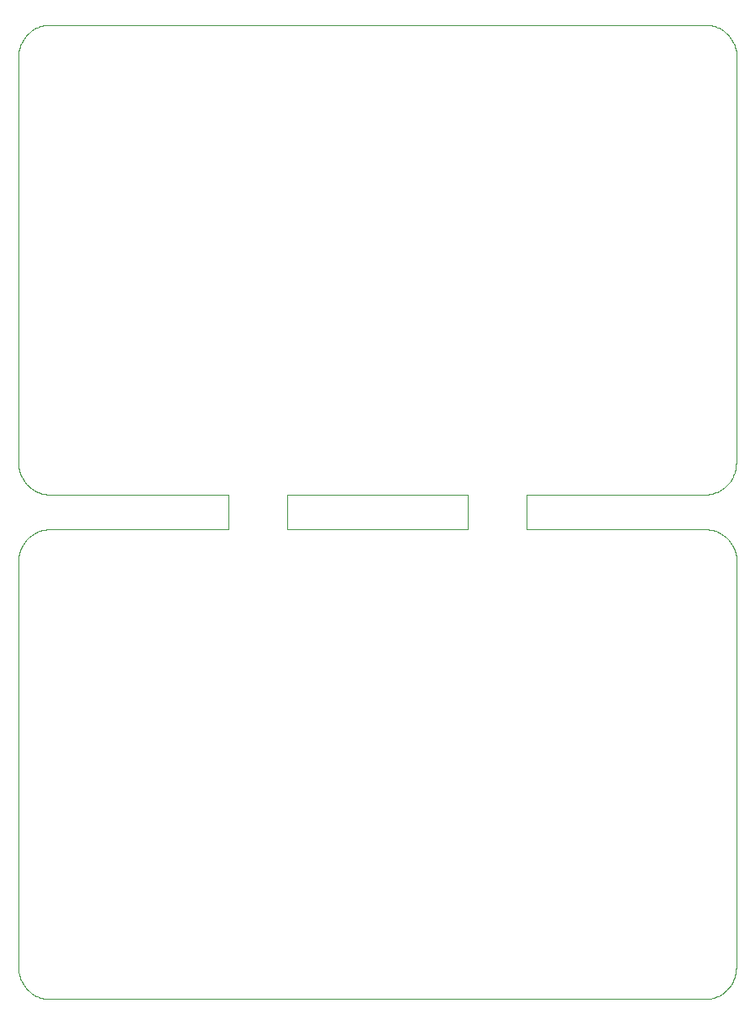
<source format=gbr>
%TF.GenerationSoftware,KiCad,Pcbnew,7.0.8*%
%TF.CreationDate,2024-02-13T15:10:35+09:00*%
%TF.ProjectId,446_CAN_Robomaster_newpanelize,3434365f-4341-44e5-9f52-6f626f6d6173,rev?*%
%TF.SameCoordinates,Original*%
%TF.FileFunction,Profile,NP*%
%FSLAX46Y46*%
G04 Gerber Fmt 4.6, Leading zero omitted, Abs format (unit mm)*
G04 Created by KiCad (PCBNEW 7.0.8) date 2024-02-13 15:10:35*
%MOMM*%
%LPD*%
G01*
G04 APERTURE LIST*
%TA.AperFunction,Profile*%
%ADD10C,0.100000*%
%TD*%
G04 APERTURE END LIST*
D10*
X70317694Y-51047636D02*
X70165477Y-50995607D01*
X1634166Y-46951050D02*
X1776748Y-47025529D01*
X70755833Y-398949D02*
X70613251Y-324470D01*
X72065529Y-52626748D02*
X71991050Y-52484166D01*
X71118436Y-46685712D02*
X71243107Y-46584057D01*
X257308Y-1922920D02*
X197636Y-2072305D01*
X72345924Y-44335811D02*
X72350000Y-44175000D01*
X1634166Y-398949D02*
X1495539Y-480554D01*
X71624057Y-51956892D02*
X71516217Y-51837530D01*
X3175000Y-98200000D02*
X69175000Y-98200000D01*
X69814122Y-98135007D02*
X69970821Y-98098644D01*
X70467079Y-257308D02*
X70317694Y-197636D01*
X71402469Y-51723782D02*
X71283107Y-51615942D01*
X71909445Y-52345539D02*
X71820923Y-52211223D01*
X69655783Y-47313386D02*
X69655783Y-47313386D01*
X70010821Y-50951355D02*
X69854122Y-50914992D01*
X1231563Y-46685712D02*
X1361223Y-46780923D01*
X72248644Y-95820821D02*
X72285007Y-95664122D01*
X257308Y-96277079D02*
X324470Y-96423251D01*
X72325007Y-2535877D02*
X72288644Y-2379178D01*
X569076Y-52211223D02*
X480554Y-52345539D01*
X398949Y-52484166D02*
X324470Y-52626748D01*
X71243107Y-97434057D02*
X71362469Y-97326217D01*
X101355Y-44970821D02*
X145607Y-45125477D01*
X1361223Y-569076D02*
X1231563Y-664287D01*
X2072305Y-47152363D02*
X2224522Y-47204392D01*
X69496209Y-98183710D02*
X69655783Y-98163386D01*
X145607Y-95975477D02*
X197636Y-96127694D01*
X69536209Y-16289D02*
X69375811Y-4075D01*
X4075Y-95185811D02*
X16289Y-95346209D01*
X664287Y-1231563D02*
X569076Y-1361223D01*
X70573251Y-97875529D02*
X70715833Y-97801050D01*
X71402469Y-873782D02*
X71283107Y-765942D01*
X1776748Y-51174470D02*
X1634166Y-51248949D01*
X1231563Y-51514287D02*
X1106892Y-51615942D01*
X72350000Y-44175000D02*
X72390000Y-3175000D01*
X71869445Y-45854460D02*
X71951050Y-45715833D01*
X36613Y-53544216D02*
X16289Y-53703790D01*
X873782Y-987530D02*
X765942Y-1106892D01*
X70755833Y-51248949D02*
X70613251Y-51174470D01*
X70427079Y-47092691D02*
X70573251Y-47025529D01*
X72373710Y-2853790D02*
X72353386Y-2694216D01*
X2379178Y-50951355D02*
X2224522Y-50995607D01*
X197636Y-45277694D02*
X257308Y-45427079D01*
X72248644Y-44970821D02*
X72285007Y-44814122D01*
X1106892Y-97434057D02*
X1231563Y-97535712D01*
X70988776Y-97630923D02*
X71118436Y-97535712D01*
X70854460Y-46869445D02*
X70988776Y-46780923D01*
X2694216Y-98163386D02*
X2853790Y-98183710D01*
X2535877Y-64992D02*
X2379178Y-101355D01*
X71362469Y-97326217D02*
X71476217Y-97212469D01*
X27130000Y-49100000D02*
X27130000Y-47350000D01*
X873782Y-51837530D02*
X765942Y-51956892D01*
X1922920Y-51107308D02*
X1776748Y-51174470D01*
X72350000Y-95025000D02*
X72390000Y-54025000D01*
X398949Y-96565833D02*
X480554Y-96704460D01*
X664287Y-52081563D02*
X569076Y-52211223D01*
X1634166Y-97801050D02*
X1776748Y-97875529D01*
X71516217Y-987530D02*
X71402469Y-873782D01*
X69854122Y-50914992D02*
X69695783Y-50886613D01*
X70613251Y-324470D02*
X70467079Y-257308D01*
X69215000Y-50850000D02*
X51260000Y-50850000D01*
X72288644Y-53229178D02*
X72244392Y-53074522D01*
X72092691Y-96277079D02*
X72152363Y-96127694D01*
X45260000Y-47350000D02*
X45260000Y-49100000D01*
X72092691Y-45427079D02*
X72152363Y-45277694D01*
X69655783Y-98163386D02*
X69814122Y-98135007D01*
X72288644Y-2379178D02*
X72244392Y-2224522D01*
X987530Y-873782D02*
X873782Y-987530D01*
X71028776Y-51419076D02*
X70894460Y-51330554D01*
X0Y-95025000D02*
X4075Y-95185811D01*
X69655783Y-47313386D02*
X69814122Y-47285007D01*
X3014188Y-47345924D02*
X3175000Y-47350000D01*
X2853790Y-16289D02*
X2694216Y-36613D01*
X71869445Y-96704460D02*
X71951050Y-96565833D01*
X2072305Y-98002363D02*
X2224522Y-98054392D01*
X71158436Y-51514287D02*
X71028776Y-51419076D01*
X70165477Y-145607D02*
X70010821Y-101355D01*
X1495539Y-46869445D02*
X1634166Y-46951050D01*
X71780923Y-45988776D02*
X71869445Y-45854460D01*
X398949Y-1634166D02*
X324470Y-1776748D01*
X71476217Y-46362469D02*
X71584057Y-46243107D01*
X69375811Y-4075D02*
X69215000Y0D01*
X69814122Y-47285007D02*
X69970821Y-47248644D01*
X69695783Y-36613D02*
X69536209Y-16289D01*
X71909445Y-1495539D02*
X71820923Y-1361223D01*
X70854460Y-97719445D02*
X70988776Y-97630923D01*
X72285007Y-44814122D02*
X72313386Y-44655783D01*
X1495539Y-480554D02*
X1361223Y-569076D01*
X71028776Y-569076D02*
X70894460Y-480554D01*
X71991050Y-1634166D02*
X71909445Y-1495539D01*
X2853790Y-50866289D02*
X2694216Y-50886613D01*
X1231563Y-664287D02*
X1106892Y-765942D01*
X69970821Y-47248644D02*
X70125477Y-47204392D01*
X21130000Y-47350000D02*
X21130000Y-49100000D01*
X21130000Y-50850000D02*
X3175000Y-50850000D01*
X72345924Y-95185811D02*
X72350000Y-95025000D01*
X1922920Y-47092691D02*
X2072305Y-47152363D01*
X569076Y-1361223D02*
X480554Y-1495539D01*
X71951050Y-96565833D02*
X72025529Y-96423251D01*
X70427079Y-97942691D02*
X70573251Y-97875529D01*
X36613Y-44655783D02*
X64992Y-44814122D01*
X64992Y-44814122D02*
X101355Y-44970821D01*
X71362469Y-46476217D02*
X71476217Y-46362469D01*
X72285007Y-95664122D02*
X72313386Y-95505783D01*
X69536209Y-50866289D02*
X69375811Y-50854075D01*
X70715833Y-46951050D02*
X70854460Y-46869445D01*
X71476217Y-97212469D02*
X71584057Y-97093107D01*
X71820923Y-1361223D02*
X71725712Y-1231563D01*
X72385924Y-53864188D02*
X72373710Y-53703790D01*
X145607Y-2224522D02*
X101355Y-2379178D01*
X145607Y-53074522D02*
X101355Y-53229178D01*
X69854122Y-64992D02*
X69695783Y-36613D01*
X569076Y-45988776D02*
X664287Y-46118436D01*
X987530Y-97326217D02*
X1106892Y-97434057D01*
X71685712Y-96968436D02*
X71780923Y-96838776D01*
X71780923Y-96838776D02*
X71869445Y-96704460D01*
X1922920Y-257308D02*
X1776748Y-324470D01*
X987530Y-46476217D02*
X1106892Y-46584057D01*
X480554Y-52345539D02*
X398949Y-52484166D01*
X0Y-3175000D02*
X0Y-44175000D01*
X2694216Y-36613D02*
X2535877Y-64992D01*
X72025529Y-96423251D02*
X72092691Y-96277079D01*
X480554Y-96704460D02*
X569076Y-96838776D01*
X0Y-54025000D02*
X0Y-95025000D01*
X71243107Y-46584057D02*
X71362469Y-46476217D01*
X71516217Y-51837530D02*
X71402469Y-51723782D01*
X2853790Y-98183710D02*
X3014188Y-98195924D01*
X2694216Y-50886613D02*
X2535877Y-50914992D01*
X16289Y-2853790D02*
X4075Y-3014188D01*
X69375811Y-50854075D02*
X69215000Y-50850000D01*
X2224522Y-47204392D02*
X2379178Y-47248644D01*
X2535877Y-47285007D02*
X2694216Y-47313386D01*
X70894460Y-480554D02*
X70755833Y-398949D01*
X2694216Y-47313386D02*
X2853790Y-47333710D01*
X1776748Y-324470D02*
X1634166Y-398949D01*
X69215000Y0D02*
X3175000Y0D01*
X1361223Y-46780923D02*
X1495539Y-46869445D01*
X69175000Y-98200000D02*
X69335811Y-98195924D01*
X71951050Y-45715833D02*
X72025529Y-45573251D01*
X72192363Y-52922305D02*
X72132691Y-52772920D01*
X101355Y-2379178D02*
X64992Y-2535877D01*
X569076Y-96838776D02*
X664287Y-96968436D01*
X664287Y-96968436D02*
X765942Y-97093107D01*
X72385924Y-3014188D02*
X72373710Y-2853790D01*
X987530Y-51723782D02*
X873782Y-51837530D01*
X2379178Y-98098644D02*
X2535877Y-98135007D01*
X27130000Y-47350000D02*
X45260000Y-47350000D01*
X1106892Y-46584057D02*
X1231563Y-46685712D01*
X4075Y-3014188D02*
X0Y-3175000D01*
X197636Y-96127694D02*
X257308Y-96277079D01*
X2379178Y-47248644D02*
X2535877Y-47285007D01*
X27130000Y-47350000D02*
X27130000Y-47350000D01*
X70125477Y-47204392D02*
X70277694Y-47152363D01*
X70165477Y-50995607D02*
X70010821Y-50951355D01*
X16289Y-53703790D02*
X4075Y-53864188D01*
X765942Y-1106892D02*
X664287Y-1231563D01*
X480554Y-45854460D02*
X569076Y-45988776D01*
X72390000Y-54025000D02*
X72385924Y-53864188D01*
X70277694Y-98002363D02*
X70427079Y-97942691D01*
X70715833Y-97801050D02*
X70854460Y-97719445D01*
X70010821Y-101355D02*
X69854122Y-64992D01*
X71991050Y-52484166D02*
X71909445Y-52345539D01*
X27130000Y-50850000D02*
X27130000Y-49100000D01*
X72390000Y-3175000D02*
X72385924Y-3014188D01*
X71283107Y-765942D02*
X71158436Y-664287D01*
X2072305Y-197636D02*
X1922920Y-257308D01*
X71118436Y-97535712D02*
X71243107Y-97434057D01*
X70467079Y-51107308D02*
X70317694Y-51047636D01*
X64992Y-2535877D02*
X36613Y-2694216D01*
X21130000Y-49100000D02*
X21130000Y-50850000D01*
X1776748Y-97875529D02*
X1922920Y-97942691D01*
X72132691Y-1922920D02*
X72065529Y-1776748D01*
X70613251Y-51174470D02*
X70467079Y-51107308D01*
X2535877Y-98135007D02*
X2694216Y-98163386D01*
X765942Y-97093107D02*
X873782Y-97212469D01*
X398949Y-45715833D02*
X480554Y-45854460D01*
X257308Y-52772920D02*
X197636Y-52922305D01*
X765942Y-46243107D02*
X873782Y-46362469D01*
X1495539Y-97719445D02*
X1634166Y-97801050D01*
X64992Y-95664122D02*
X101355Y-95820821D01*
X69335811Y-47345924D02*
X69496209Y-47333710D01*
X45260000Y-49100000D02*
X45260000Y-50850000D01*
X69335811Y-98195924D02*
X69496209Y-98183710D01*
X71158436Y-664287D02*
X71028776Y-569076D01*
X2072305Y-51047636D02*
X1922920Y-51107308D01*
X72353386Y-2694216D02*
X72325007Y-2535877D01*
X4075Y-53864188D02*
X0Y-54025000D01*
X71584057Y-46243107D02*
X71685712Y-46118436D01*
X45260000Y-50850000D02*
X27130000Y-50850000D01*
X72373710Y-53703790D02*
X72353386Y-53544216D01*
X3014188Y-50854075D02*
X2853790Y-50866289D01*
X36613Y-2694216D02*
X16289Y-2853790D01*
X72065529Y-1776748D02*
X71991050Y-1634166D01*
X36613Y-95505783D02*
X64992Y-95664122D01*
X3175000Y-50850000D02*
X3014188Y-50854075D01*
X101355Y-95820821D02*
X145607Y-95975477D01*
X71820923Y-52211223D02*
X71725712Y-52081563D01*
X16289Y-95346209D02*
X36613Y-95505783D01*
X1361223Y-51419076D02*
X1231563Y-51514287D01*
X1634166Y-51248949D02*
X1495539Y-51330554D01*
X873782Y-46362469D02*
X987530Y-46476217D01*
X72132691Y-52772920D02*
X72065529Y-52626748D01*
X1231563Y-97535712D02*
X1361223Y-97630923D01*
X2224522Y-145607D02*
X2072305Y-197636D01*
X51260000Y-50850000D02*
X51260000Y-49100000D01*
X70894460Y-51330554D02*
X70755833Y-51248949D01*
X3175000Y-47350000D02*
X21130000Y-47350000D01*
X1922920Y-97942691D02*
X2072305Y-98002363D01*
X2379178Y-101355D02*
X2224522Y-145607D01*
X72353386Y-53544216D02*
X72325007Y-53385877D01*
X324470Y-1776748D02*
X257308Y-1922920D01*
X1361223Y-97630923D02*
X1495539Y-97719445D01*
X72204392Y-45125477D02*
X72248644Y-44970821D01*
X1776748Y-47025529D02*
X1922920Y-47092691D01*
X2224522Y-50995607D02*
X2072305Y-51047636D01*
X0Y-44175000D02*
X4075Y-44335811D01*
X70988776Y-46780923D02*
X71118436Y-46685712D01*
X72333710Y-95346209D02*
X72345924Y-95185811D01*
X71283107Y-51615942D02*
X71158436Y-51514287D01*
X72325007Y-53385877D02*
X72288644Y-53229178D01*
X72025529Y-45573251D02*
X72092691Y-45427079D01*
X1106892Y-765942D02*
X987530Y-873782D01*
X72152363Y-45277694D02*
X72204392Y-45125477D01*
X101355Y-53229178D02*
X64992Y-53385877D01*
X69175000Y-47350000D02*
X69335811Y-47345924D01*
X71584057Y-97093107D02*
X71685712Y-96968436D01*
X72152363Y-96127694D02*
X72204392Y-95975477D01*
X324470Y-52626748D02*
X257308Y-52772920D01*
X197636Y-2072305D02*
X145607Y-2224522D01*
X72244392Y-2224522D02*
X72192363Y-2072305D01*
X664287Y-46118436D02*
X765942Y-46243107D01*
X70317694Y-197636D02*
X70165477Y-145607D01*
X4075Y-44335811D02*
X16289Y-44496209D01*
X2535877Y-50914992D02*
X2379178Y-50951355D01*
X69695783Y-50886613D02*
X69536209Y-50866289D01*
X16289Y-44496209D02*
X36613Y-44655783D01*
X51260000Y-49100000D02*
X51260000Y-47350000D01*
X71685712Y-46118436D02*
X71780923Y-45988776D01*
X257308Y-45427079D02*
X324470Y-45573251D01*
X72204392Y-95975477D02*
X72248644Y-95820821D01*
X197636Y-52922305D02*
X145607Y-53074522D01*
X480554Y-1495539D02*
X398949Y-1634166D01*
X69970821Y-98098644D02*
X70125477Y-98054392D01*
X2224522Y-98054392D02*
X2379178Y-98098644D01*
X71725712Y-52081563D02*
X71624057Y-51956892D01*
X71725712Y-1231563D02*
X71624057Y-1106892D01*
X873782Y-97212469D02*
X987530Y-97326217D01*
X51260000Y-47350000D02*
X69175000Y-47350000D01*
X70125477Y-98054392D02*
X70277694Y-98002363D01*
X145607Y-45125477D02*
X197636Y-45277694D01*
X69496209Y-47333710D02*
X69655783Y-47313386D01*
X71624057Y-1106892D02*
X71516217Y-987530D01*
X1495539Y-51330554D02*
X1361223Y-51419076D01*
X1106892Y-51615942D02*
X987530Y-51723782D01*
X70573251Y-47025529D02*
X70715833Y-46951050D01*
X765942Y-51956892D02*
X664287Y-52081563D01*
X70277694Y-47152363D02*
X70427079Y-47092691D01*
X72244392Y-53074522D02*
X72192363Y-52922305D01*
X3175000Y0D02*
X3014188Y-4075D01*
X72333710Y-44496209D02*
X72345924Y-44335811D01*
X3014188Y-4075D02*
X2853790Y-16289D01*
X72313386Y-44655783D02*
X72333710Y-44496209D01*
X72192363Y-2072305D02*
X72132691Y-1922920D01*
X324470Y-96423251D02*
X398949Y-96565833D01*
X64992Y-53385877D02*
X36613Y-53544216D01*
X324470Y-45573251D02*
X398949Y-45715833D01*
X3014188Y-98195924D02*
X3175000Y-98200000D01*
X2853790Y-47333710D02*
X3014188Y-47345924D01*
X72313386Y-95505783D02*
X72333710Y-95346209D01*
M02*

</source>
